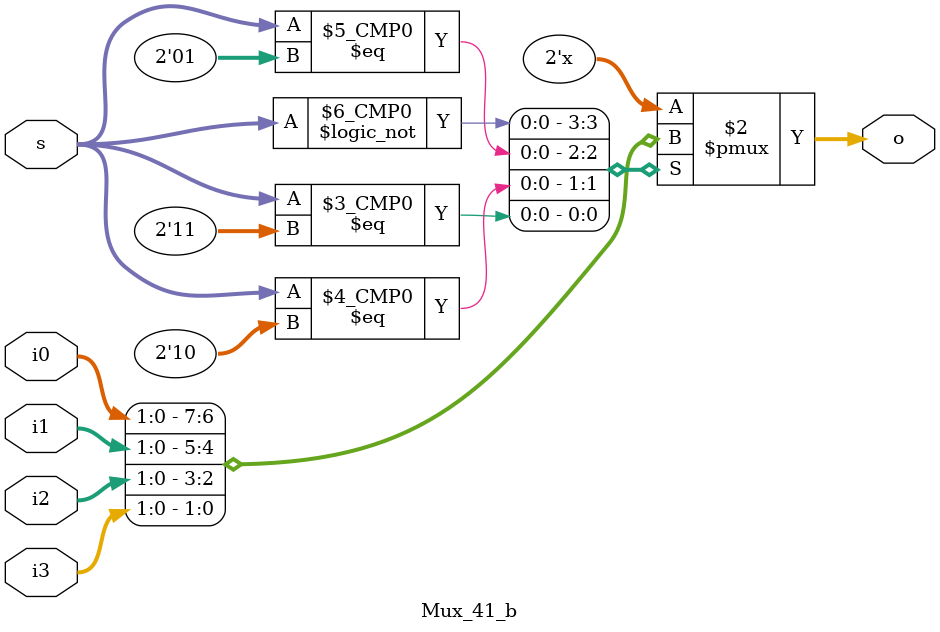
<source format=v>
`timescale 1ns / 1ps


module Mux_41_b (
    input [1:0] i0,
    input [1:0] i1,
    input [1:0] i2,
    input [1:0] i3,
    input [1:0] s,
    output reg [1:0] o
);

always @(*) begin
    case(s)
        2'b00: o = i0;
        2'b01: o = i1;
        2'b10: o = i2;
        2'b11: o = i3;
        default: o = 2'b00;
    endcase
end

endmodule

</source>
